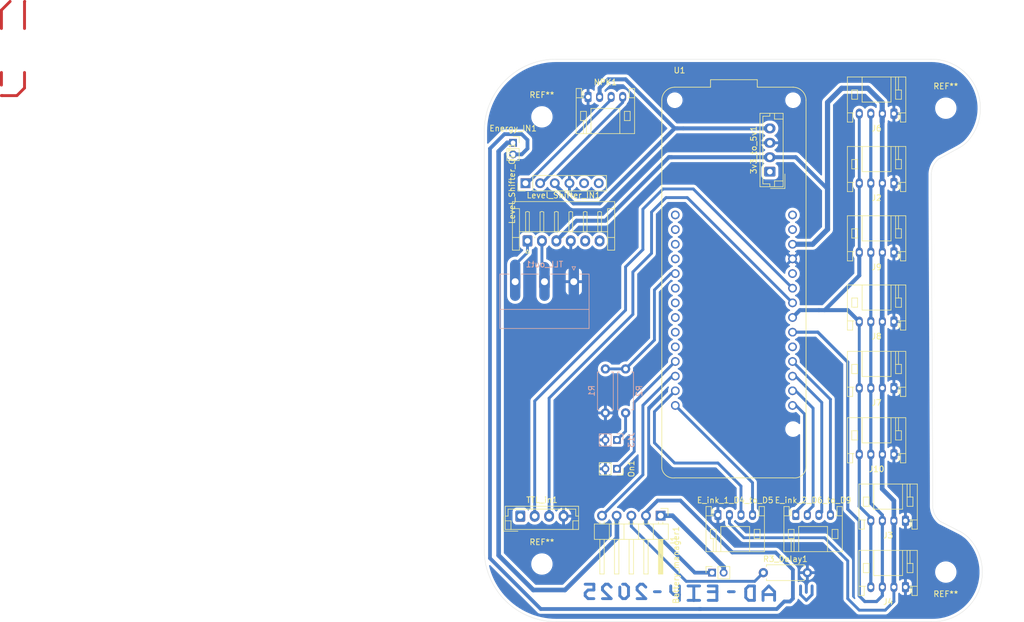
<source format=kicad_pcb>
(kicad_pcb (version 20241229) (generator "pcbnew") (generator_version "9.0")
  (title_block (title "Yulin_Daniel_Xiaochen_Vladislav") (date "2025-03-09") (rev "v4") (company "Gotupan_PCB_2025"))
  (layers (0 "F.Cu" signal) (2 "B.Cu" signal) (13 "F.Paste" user) (15 "B.Paste" user) (5 "F.SilkS" user "F.Silkscreen") (7 "B.SilkS" user "B.Silkscreen") (1 "F.Mask" user) (3 "B.Mask" user) (25 "Edge.Cuts" user))
  (net 0 "")
  (net 1 "/D5")
  (net 2 "/D2")
  (net 3 "/A3")
  (net 4 "/D6")
  (net 5 "/D4")
  (net 6 "/D3")
  (net 7 "/D9_SCK")
  (net 8 "/D7")
  (net 9 "/TX_D14")
  (net 10 "/RX_D13")
  (net 11 "/GND")
  (net 12 "/3v3")
  (net 13 "/SCL")
  (net 14 "/SDA")
  (net 28 "/D8_MOSI")
  (net 29 "Net-(J13-Pin_1)")
  (net 30 "/5v")
  (net 31 "unconnected-(3v3_to_5v1-Pin_1-Pad1)")
  (net 32 "Net-(Battery_manager1-Pin_2)")
  (net 33 "/GND_bis")
  (net 34 "/3v3_bis")
  (net 35 "Net-(J1-Pin_3)")
  (net 38 "/A_3v3")
  (net 39 "/B_3v3")
  (net 40 "/A_5v")
  (net 42 "/B_5v")
  (footprint "Connector_PinSocket_2.00mm:PinSocket_1x02_P2.00mm_Vertical" (layer "F.Cu") (at 199.5 134 -90)
    (property "Reference" "On1" (at 0 -2.5 270) (layer "F.SilkS"))
    (property "Value" "Off")
    (pad "1" thru_hole rect (at 0 0 270) (size 1.35 1.35) (drill 0.8) (layers "*.Cu" "*.Mask") (net 2 "/D2"))
    (pad "2" thru_hole oval (at 0 2 270) (size 1.35 1.35) (drill 0.8) (layers "*.Cu" "*.Mask") (net 11 "/GND"))
  )
  (footprint "MountingHole:MountingHole_3.2mm_M3_DIN965" (layer "F.Cu") (at 186.5 73)
    (property "Reference" "REF**" (at 0 -3.8 0) (layer "F.SilkS"))
    (property "Value" "MountingHole_3.2mm_M3_DIN965")
    (pad "" np_thru_hole circle (at 0 0) (size 3.2 3.2) (drill 3.2) (layers "*.Cu" "*.Mask"))
  )
  (footprint "Connector_PinSocket_2.00mm:PinSocket_1x02_P2.00mm_Vertical" (layer "F.Cu") (at 216 152 90)
    (property "Reference" "Battery_manager1" (at 1.325 -6.25 90) (layer "F.SilkS"))
    (property "Value" "~")
    (pad "1" thru_hole rect (at 0 0 90) (size 1.35 1.35) (drill 0.8) (layers "*.Cu" "*.Mask") (net 33 "/GND_bis"))
    (pad "2" thru_hole oval (at 0 2 90) (size 1.35 1.35) (drill 0.8) (layers "*.Cu" "*.Mask") (net 32 "Net-(Battery_manager1-Pin_2)"))
  )
  (footprint "MountingHole:MountingHole_3.2mm_M3_DIN965" (layer "F.Cu") (at 186.5 150.5)
    (property "Reference" "REF**" (at 0 -3.8 0) (layer "F.SilkS"))
    (property "Value" "MountingHole_3.2mm_M3_DIN965")
    (pad "" np_thru_hole circle (at 0 0) (size 3.2 3.2) (drill 3.2) (layers "*.Cu" "*.Mask"))
  )
  (footprint "Connector_JST:JST_PH_S4B-PH-K_1x04_P2.00mm_Horizontal" (layer "F.Cu") (at 247.5 108.5 180)
    (property "Reference" "J8" (at 3 -2.55 0) (layer "F.SilkS"))
    (property "Value" "Pressure_Sensor")
    (pad "1" thru_hole roundrect (at 0 0 180) (size 1.2 1.75) (drill 0.75) (layers "*.Cu" "*.Mask") (roundrect_rratio 0.208333) (net 11 "/GND"))
    (pad "2" thru_hole oval (at 2 0 180) (size 1.2 1.75) (drill 0.75) (layers "*.Cu" "*.Mask") (net 12 "/3v3"))
    (pad "3" thru_hole oval (at 4 0 180) (size 1.2 1.75) (drill 0.75) (layers "*.Cu" "*.Mask") (net 14 "/SDA"))
    (pad "4" thru_hole oval (at 6 0 180) (size 1.2 1.75) (drill 0.75) (layers "*.Cu" "*.Mask") (net 13 "/SCL"))
  )
  (footprint "Connector_JST:JST_PH_S4B-PH-K_1x04_P2.00mm_Horizontal" (layer "F.Cu") (at 247.5 84.5 180)
    (property "Reference" "J2" (at 3 -2.55 0) (layer "F.SilkS"))
    (property "Value" "TH_Deep_Sensor")
    (pad "1" thru_hole roundrect (at 0 0 180) (size 1.2 1.75) (drill 0.75) (layers "*.Cu" "*.Mask") (roundrect_rratio 0.208333) (net 11 "/GND"))
    (pad "2" thru_hole oval (at 2 0 180) (size 1.2 1.75) (drill 0.75) (layers "*.Cu" "*.Mask") (net 12 "/3v3"))
    (pad "3" thru_hole oval (at 4 0 180) (size 1.2 1.75) (drill 0.75) (layers "*.Cu" "*.Mask") (net 14 "/SDA"))
    (pad "4" thru_hole oval (at 6 0 180) (size 1.2 1.75) (drill 0.75) (layers "*.Cu" "*.Mask") (net 13 "/SCL"))
  )
  (footprint "Connector_JST:JST_PH_S4B-PH-K_1x04_P2.00mm_Horizontal" (layer "F.Cu") (at 249.5 154.5 180)
    (property "Reference" "J4" (at 3 -2.55 0) (layer "F.SilkS"))
    (property "Value" "UV_IR_Sensor")
    (pad "1" thru_hole roundrect (at 0 0 180) (size 1.2 1.75) (drill 0.75) (layers "*.Cu" "*.Mask") (roundrect_rratio 0.208333) (net 11 "/GND"))
    (pad "2" thru_hole oval (at 2 0 180) (size 1.2 1.75) (drill 0.75) (layers "*.Cu" "*.Mask") (net 12 "/3v3"))
    (pad "3" thru_hole oval (at 4 0 180) (size 1.2 1.75) (drill 0.75) (layers "*.Cu" "*.Mask") (net 14 "/SDA"))
    (pad "4" thru_hole oval (at 6 0 180) (size 1.2 1.75) (drill 0.75) (layers "*.Cu" "*.Mask") (net 13 "/SCL"))
  )
  (footprint "Connector_JST:JST_PH_S4B-PH-K_1x04_P2.00mm_Horizontal" (layer "F.Cu") (at 247.5 120 180)
    (property "Reference" "J7" (at 3 -2.55 0) (layer "F.SilkS"))
    (property "Value" "CO2_Sensor")
    (pad "1" thru_hole roundrect (at 0 0 180) (size 1.2 1.75) (drill 0.75) (layers "*.Cu" "*.Mask") (roundrect_rratio 0.208333) (net 11 "/GND"))
    (pad "2" thru_hole oval (at 2 0 180) (size 1.2 1.75) (drill 0.75) (layers "*.Cu" "*.Mask") (net 12 "/3v3"))
    (pad "3" thru_hole oval (at 4 0 180) (size 1.2 1.75) (drill 0.75) (layers "*.Cu" "*.Mask") (net 14 "/SDA"))
    (pad "4" thru_hole oval (at 6 0 180) (size 1.2 1.75) (drill 0.75) (layers "*.Cu" "*.Mask") (net 13 "/SCL"))
  )
  (footprint "Connector_JST:JST_PH_S4B-PH-K_1x04_P2.00mm_Horizontal" (layer "F.Cu") (at 249.5 143 180)
    (property "Reference" "J3" (at 3 -2.55 0) (layer "F.SilkS"))
    (property "Value" "Other_Gaz_Sensor")
    (pad "1" thru_hole roundrect (at 0 0 180) (size 1.2 1.75) (drill 0.75) (layers "*.Cu" "*.Mask") (roundrect_rratio 0.208333) (net 11 "/GND"))
    (pad "2" thru_hole oval (at 2 0 180) (size 1.2 1.75) (drill 0.75) (layers "*.Cu" "*.Mask") (net 12 "/3v3"))
    (pad "3" thru_hole oval (at 4 0 180) (size 1.2 1.75) (drill 0.75) (layers "*.Cu" "*.Mask") (net 14 "/SDA"))
    (pad "4" thru_hole oval (at 6 0 180) (size 1.2 1.75) (drill 0.75) (layers "*.Cu" "*.Mask") (net 13 "/SCL"))
  )
  (footprint "Connector_PinHeader_2.54mm:PinHeader_1x05_P2.54mm_Horizontal" (layer "F.Cu") (at 207.075 142.125 -90)
    (property "Reference" "J1" (at 4.385 -2.27 90) (layer "F.SilkS"))
    (property "Value" "Conn_01x05")
    (pad "1" thru_hole rect (at 0 0 270) (size 1.7 1.7) (drill 1) (layers "*.Cu" "*.Mask") (net 32 "Net-(Battery_manager1-Pin_2)"))
    (pad "2" thru_hole oval (at 0 2.54 270) (size 1.7 1.7) (drill 1) (layers "*.Cu" "*.Mask") (net 33 "/GND_bis"))
    (pad "3" thru_hole oval (at 0 5.08 270) (size 1.7 1.7) (drill 1) (layers "*.Cu" "*.Mask") (net 35 "Net-(J1-Pin_3)"))
    (pad "4" thru_hole oval (at 0 7.62 270) (size 1.7 1.7) (drill 1) (layers "*.Cu" "*.Mask") (net 34 "/3v3_bis"))
    (pad "5" thru_hole oval (at 0 10.16 270) (size 1.7 1.7) (drill 1) (layers "*.Cu" "*.Mask") (net 6 "/D3"))
  )
  (footprint "Connector_JST:JST_PH_S4B-PH-K_1x04_P2.00mm_Horizontal" (layer "F.Cu") (at 247.5 72.45 180)
    (property "Reference" "J6" (at 3 -2.55 0) (layer "F.SilkS"))
    (property "Value" "RGB_Sensor")
    (pad "1" thru_hole roundrect (at 0 0 180) (size 1.2 1.75) (drill 0.75) (layers "*.Cu" "*.Mask") (roundrect_rratio 0.208333) (net 11 "/GND"))
    (pad "2" thru_hole oval (at 2 0 180) (size 1.2 1.75) (drill 0.75) (layers "*.Cu" "*.Mask") (net 12 "/3v3"))
    (pad "3" thru_hole oval (at 4 0 180) (size 1.2 1.75) (drill 0.75) (layers "*.Cu" "*.Mask") (net 14 "/SDA"))
    (pad "4" thru_hole oval (at 6 0 180) (size 1.2 1.75) (drill 0.75) (layers "*.Cu" "*.Mask") (net 13 "/SCL"))
  )
  (footprint "Connector_JST:JST_PH_S4B-PH-K_1x04_P2.00mm_Horizontal" (layer "F.Cu") (at 217 142)
    (property "Reference" "E_ink_1_D4_to_D5" (at 3 -2.55 0) (layer "F.SilkS"))
    (property "Value" "S4B-PH-K-S_LF__SN_")
    (pad "1" thru_hole roundrect (at 0 0) (size 1.2 1.75) (drill 0.75) (layers "*.Cu" "*.Mask") (roundrect_rratio 0.208333) (net 11 "/GND"))
    (pad "2" thru_hole oval (at 2 0) (size 1.2 1.75) (drill 0.75) (layers "*.Cu" "*.Mask") (net 12 "/3v3"))
    (pad "3" thru_hole oval (at 4 0) (size 1.2 1.75) (drill 0.75) (layers "*.Cu" "*.Mask") (net 5 "/D4"))
    (pad "4" thru_hole oval (at 6 0) (size 1.2 1.75) (drill 0.75) (layers "*.Cu" "*.Mask") (net 1 "/D5"))
  )
  (footprint "Connector_JST:JST_PH_S4B-PH-K_1x04_P2.00mm_Horizontal" (layer "F.Cu") (at 230.5 142)
    (property "Reference" "E_ink_2_D6_to_D9" (at 3 -2.55 0) (layer "F.SilkS"))
    (property "Value" "S4B-PH-K-S_LF__SN_")
    (pad "1" thru_hole roundrect (at 0 0) (size 1.2 1.75) (drill 0.75) (layers "*.Cu" "*.Mask") (roundrect_rratio 0.208333) (net 4 "/D6"))
    (pad "2" thru_hole oval (at 2 0) (size 1.2 1.75) (drill 0.75) (layers "*.Cu" "*.Mask") (net 8 "/D7"))
    (pad "3" thru_hole oval (at 4 0) (size 1.2 1.75) (drill 0.75) (layers "*.Cu" "*.Mask") (net 28 "/D8_MOSI"))
    (pad "4" thru_hole oval (at 6 0) (size 1.2 1.75) (drill 0.75) (layers "*.Cu" "*.Mask") (net 7 "/D9_SCK"))
  )
  (footprint "Connector_JST:JST_EH_B4B-EH-A_1x04_P2.50mm_Vertical" (layer "F.Cu") (at 226 82.5 90)
    (property "Reference" "3v3_to_5v1" (at 3.75 -2.8 90) (layer "F.SilkS"))
    (property "Value" "Conn_01x04")
    (pad "1" thru_hole roundrect (at 0 0 90) (size 1.7 1.95) (drill 0.95) (layers "*.Cu" "*.Mask") (roundrect_rratio 0.147059) (net 31 "unconnected-(3v3_to_5v1-Pin_1-Pad1)"))
    (pad "2" thru_hole oval (at 2.5 0 90) (size 1.7 1.95) (drill 0.95) (layers "*.Cu" "*.Mask") (net 12 "/3v3"))
    (pad "3" thru_hole oval (at 5 0 90) (size 1.7 1.95) (drill 0.95) (layers "*.Cu" "*.Mask") (net 11 "/GND"))
    (pad "4" thru_hole oval (at 7.5 0 90) (size 1.7 1.95) (drill 0.95) (layers "*.Cu" "*.Mask") (net 30 "/5v"))
  )
  (footprint "Resistor_THT:R_Axial_DIN0207_L6.3mm_D2.5mm_P7.62mm_Horizontal" (layer "F.Cu") (at 224.88 152)
    (property "Reference" "R3_Delay1" (at 3.81 -2.37 0) (layer "F.SilkS"))
    (property "Value" "R_US")
    (pad "1" thru_hole circle (at 0 0) (size 1.6 1.6) (drill 0.8) (layers "*.Cu" "*.Mask") (net 35 "Net-(J1-Pin_3)"))
    (pad "2" thru_hole oval (at 7.62 0) (size 1.6 1.6) (drill 0.8) (layers "*.Cu" "*.Mask") (net 11 "/GND"))
  )
  (footprint "Connector_JST:JST_EH_B4B-EH-A_1x04_P2.50mm_Vertical" (layer "F.Cu") (at 182.75 142.2)
    (property "Reference" "TTL_in1" (at 3.75 -2.8 0) (layer "F.SilkS"))
    (property "Value" "Conn_01x04")
    (pad "1" thru_hole roundrect (at 0 0) (size 1.7 1.95) (drill 0.95) (layers "*.Cu" "*.Mask") (roundrect_rratio 0.147059) (net 12 "/3v3"))
    (pad "2" thru_hole oval (at 2.5 0) (size 1.7 1.95) (drill 0.95) (layers "*.Cu" "*.Mask") (net 9 "/TX_D14"))
    (pad "3" thru_hole oval (at 5 0) (size 1.7 1.95) (drill 0.95) (layers "*.Cu" "*.Mask") (net 10 "/RX_D13"))
    (pad "4" thru_hole oval (at 7.5 0) (size 1.7 1.95) (drill 0.95) (layers "*.Cu" "*.Mask") (net 11 "/GND"))
  )
  (footprint "Connector_PinSocket_2.00mm:PinSocket_1x02_P2.00mm_Vertical" (layer "F.Cu") (at 181.5 77.5)
    (property "Reference" "Energy_IN1" (at 0 -2.5 0) (layer "F.SilkS"))
    (property "Value" "Pont_diviseur" (hide yes))
    (pad "1" thru_hole rect (at 0 0) (size 1.35 1.35) (drill 0.8) (layers "*.Cu" "*.Mask") (net 34 "/3v3_bis"))
    (pad "2" thru_hole oval (at 0 2) (size 1.35 1.35) (drill 0.8) (layers "*.Cu" "*.Mask") (net 33 "/GND_bis"))
  )
  (footprint "Connector_JST:JST_PH_S4B-PH-K_1x04_P2.00mm_Horizontal" (layer "F.Cu") (at 247.5 96.5 180)
    (property "Reference" "J9" (at 3 -2.55 0) (layer "F.SilkS"))
    (property "Value" "TH_Surface_Sensor")
    (pad "1" thru_hole roundrect (at 0 0 180) (size 1.2 1.75) (drill 0.75) (layers "*.Cu" "*.Mask") (roundrect_rratio 0.208333) (net 11 "/GND"))
    (pad "2" thru_hole oval (at 2 0 180) (size 1.2 1.75) (drill 0.75) (layers "*.Cu" "*.Mask") (net 12 "/3v3"))
    (pad "3" thru_hole oval (at 4 0 180) (size 1.2 1.75) (drill 0.75) (layers "*.Cu" "*.Mask") (net 14 "/SDA"))
    (pad "4" thru_hole oval (at 6 0 180) (size 1.2 1.75) (drill 0.75) (layers "*.Cu" "*.Mask") (net 13 "/SCL"))
  )
  (footprint "MountingHole:MountingHole_3.2mm_M3_DIN965" (layer "F.Cu") (at 256.5 151.897937 180)
    (property "Reference" "REF**" (at 0 -3.8 0) (layer "F.SilkS"))
    (property "Value" "MountingHole_3.2mm_M3_DIN965")
    (pad "" np_thru_hole circle (at 0 0 180) (size 3.2 3.2) (drill 3.2) (layers "*.Cu" "*.Mask"))
  )
  (footprint "ARDUINO_MKR_WAN_1310:BOARD_ARDUINO_MKR_WAN_1310" (layer "F.Cu") (at 219.775 101.7152)
    (property "Reference" "U1" (at -9.425 -36.775 0) (layer "F.SilkS"))
    (property "Value" "ARDUINO_MKR_WAN_1310")
    (pad "" np_thru_hole circle (at -10.25 -31.6) (size 2.2 2.2) (drill 2.2) (layers "*.Cu" "*.Mask"))
    (pad "" np_thru_hole circle (at -10.25 25.4) (size 2.2 2.2) (drill 2.2) (layers "*.Cu" "*.Mask"))
    (pad "" np_thru_hole circle (at 10.25 -31.6) (size 2.2 2.2) (drill 2.2) (layers "*.Cu" "*.Mask"))
    (pad "" np_thru_hole circle (at 10.25 25.4) (size 2.2 2.2) (drill 2.2) (layers "*.Cu" "*.Mask"))
    (pad "J3_1" thru_hole circle (at -10.16 -11.7152) (size 1.508 1.508) (drill 1) (layers "*.Cu" "*.Mask"))
    (pad "J3_2" thru_hole circle (at -10.16 -9.1752) (size 1.508 1.508) (drill 1) (layers "*.Cu" "*.Mask"))
    (pad "J3_3" thru_hole circle (at -10.16 -6.6352) (size 1.508 1.508) (drill 1) (layers "*.Cu" "*.Mask"))
    (pad "J3_4" thru_hole circle (at -10.16 -4.0952) (size 1.508 1.508) (drill 1) (layers "*.Cu" "*.Mask"))
    (pad "J3_5" thru_hole circle (at -10.16 -1.5552) (size 1.508 1.508) (drill 1) (layers "*.Cu" "*.Mask") (net 3 "/A3"))
    (pad "J3_6" thru_hole circle (at -10.16 0.9848) (size 1.508 1.508) (drill 1) (layers "*.Cu" "*.Mask"))
    (pad "J3_7" thru_hole circle (at -10.16 3.5248) (size 1.508 1.508) (drill 1) (layers "*.Cu" "*.Mask"))
    (pad "J3_8" thru_hole circle (at -10.16 6.0648) (size 1.508 1.508) (drill 1) (layers "*.Cu" "*.Mask"))
    (pad "J3_9" thru_hole circle (at -10.16 8.6048) (size 1.508 1.508) (drill 1) (layers "*.Cu" "*.Mask"))
    (pad "J3_10" thru_hole circle (at -10.16 11.1448) (size 1.508 1.508) (drill 1) (layers "*.Cu" "*.Mask"))
    (pad "J3_11" thru_hole circle (at -10.16 13.6848) (size 1.508 1.508) (drill 1) (layers "*.Cu" "*.Mask") (net 2 "/D2"))
    (pad "J3_12" thru_hole circle (at -10.16 16.2248) (size 1.508 1.508) (drill 1) (layers "*.Cu" "*.Mask") (net 6 "/D3"))
    (pad "J3_13" thru_hole circle (at -10.16 18.7648) (size 1.508 1.508) (drill 1) (layers "*.Cu" "*.Mask") (net 5 "/D4"))
    (pad "J3_14" thru_hole circle (at -10.16 21.3048) (size 1.508 1.508) (drill 1) (layers "*.Cu" "*.Mask") (net 1 "/D5"))
    (pad "J5_1" thru_hole circle (at 10.16 21.3048) (size 1.508 1.508) (drill 1) (layers "*.Cu" "*.Mask") (net 4 "/D6"))
    (pad "J5_2" thru_hole circle (at 10.16 18.7648) (size 1.508 1.508) (drill 1) (layers "*.Cu" "*.Mask") (net 8 "/D7"))
    (pad "J5_3" thru_hole circle (at 10.16 16.2248) (size 1.508 1.508) (drill 1) (layers "*.Cu" "*.Mask") (net 28 "/D8_MOSI"))
    (pad "J5_4" thru_hole circle (at 10.16 13.6848) (size 1.508 1.508) (drill 1) (layers "*.Cu" "*.Mask") (net 7 "/D9_SCK"))
    (pad "J5_5" thru_hole circle (at 10.16 11.1448) (size 1.508 1.508) (drill 1) (layers "*.Cu" "*.Mask"))
    (pad "J5_6" thru_hole circle (at 10.16 8.6048) (size 1.508 1.508) (drill 1) (layers "*.Cu" "*.Mask") (net 14 "/SDA"))
    (pad "J5_7" thru_hole circle (at 10.16 6.0648) (size 1.508 1.508) (drill 1) (layers "*.Cu" "*.Mask") (net 13 "/SCL"))
    (pad "J5_8" thru_hole circle (at 10.16 3.5248) (size 1.508 1.508) (drill 1) (layers "*.Cu" "*.Mask") (net 10 "/RX_D13"))
    (pad "J5_9" thru_hole circle (at 10.16 0.9848) (size 1.508 1.508) (drill 1) (layers "*.Cu" "*.Mask") (net 9 "/TX_D14"))
    (pad "J5_10" thru_hole circle (at 10.16 -1.5552) (size 1.508 1.508) (drill 1) (layers "*.Cu" "*.Mask"))
    (pad "J5_11" thru_hole circle (at 10.16 -4.0952) (size 1.508 1.508) (drill 1) (layers "*.Cu" "*.Mask") (net 11 "/GND"))
    (pad "J5_12" thru_hole circle (at 10.16 -6.6352) (size 1.508 1.508) (drill 1) (layers "*.Cu" "*.Mask") (net 12 "/3v3"))
    (pad "J5_13" thru_hole circle (at 10.16 -9.1752) (size 1.508 1.508) (drill 1) (layers "*.Cu" "*.Mask"))
    (pad "J5_14" thru_hole circle (at 10.16 -11.7152) (size 1.508 1.508) (drill 1) (layers "*.Cu" "*.Mask"))
  )
  (footprint "MountingHole:MountingHole_3.2mm_M3_DIN965" (layer "F.Cu") (at 256.5 71.5)
    (property "Reference" "REF**" (at 0 -3.8 0) (layer "F.SilkS"))
    (property "Value" "MountingHole_3.2mm_M3_DIN965")
    (pad "" np_thru_hole circle (at 0 0) (size 3.2 3.2) (drill 3.2) (layers "*.Cu" "*.Mask"))
  )
  (footprint "Connector_JST:JST_PH_S4B-PH-K_1x04_P2.00mm_Horizontal" (layer "F.Cu") (at 247.5 131.5 180)
    (property "Reference" "J10" (at 3 -2.55 0) (layer "F.SilkS"))
    (property "Value" "O2_Sensor")
    (pad "1" thru_hole roundrect (at 0 0 180) (size 1.2 1.75) (drill 0.75) (layers "*.Cu" "*.Mask") (roundrect_rratio 0.208333) (net 11 "/GND"))
    (pad "2" thru_hole oval (at 2 0 180) (size 1.2 1.75) (drill 0.75) (layers "*.Cu" "*.Mask") (net 12 "/3v3"))
    (pad "3" thru_hole oval (at 4 0 180) (size 1.2 1.75) (drill 0.75) (layers "*.Cu" "*.Mask") (net 14 "/SDA"))
    (pad "4" thru_hole oval (at 6 0 180) (size 1.2 1.75) (drill 0.75) (layers "*.Cu" "*.Mask") (net 13 "/SCL"))
  )
  (footprint "Connector_JST:JST_EH_S6B-EH_1x06_P2.50mm_Horizontal" (layer "F.Cu") (at 184 94.5)
    (property "Reference" "Level_Shifter_IN1" (at 6.25 -7.9 0) (layer "F.SilkS"))
    (property "Value" "Conn_01x06")
    (pad "1" thru_hole roundrect (at 0 0) (size 1.7 1.95) (drill 0.95) (layers "*.Cu" "*.Mask") (roundrect_rratio 0.147059) (net 38 "/A_3v3"))
    (pad "2" thru_hole oval (at 2.5 0) (size 1.7 1.95) (drill 0.95) (layers "*.Cu" "*.Mask") (net 39 "/B_3v3"))
    (pad "3" thru_hole oval (at 5 0) (size 1.7 1.95) (drill 0.95) (layers "*.Cu" "*.Mask") (net 12 "/3v3"))
    (pad "4" thru_hole oval (at 7.5 0) (size 1.7 1.95) (drill 0.95) (layers "*.Cu" "*.Mask") (net 11 "/GND"))
    (pad "5" thru_hole oval (at 10 0) (size 1.7 1.95) (drill 0.95) (layers "*.Cu" "*.Mask"))
    (pad "6" thru_hole oval (at 12.5 0) (size 1.7 1.95) (drill 0.95) (layers "*.Cu" "*.Mask"))
  )
  (footprint "Connector_PinHeader_2.54mm:PinHeader_1x06_P2.54mm_Vertical" (layer "F.Cu") (at 183.65 84.5 90)
    (property "Reference" "Level_Shifter_OUT1" (at 0 -2.33 90) (layer "F.SilkS"))
    (property "Value" "Conn_01x06")
    (pad "1" thru_hole rect (at 0 0 90) (size 1.7 1.7) (drill 1) (layers "*.Cu" "*.Mask") (net 40 "/A_5v"))
    (pad "2" thru_hole oval (at 0 2.54 90) (size 1.7 1.7) (drill 1) (layers "*.Cu" "*.Mask") (net 42 "/B_5v"))
    (pad "3" thru_hole oval (at 0 5.08 90) (size 1.7 1.7) (drill 1) (layers "*.Cu" "*.Mask") (net 30 "/5v"))
    (pad "4" thru_hole oval (at 0 7.62 90) (size 1.7 1.7) (drill 1) (layers "*.Cu" "*.Mask") (net 11 "/GND"))
    (pad "5" thru_hole oval (at 0 10.16 90) (size 1.7 1.7) (drill 1) (layers "*.Cu" "*.Mask"))
    (pad "6" thru_hole oval (at 0 12.7 90) (size 1.7 1.7) (drill 1) (layers "*.Cu" "*.Mask"))
  )
  (footprint "Connector_JST:JST_PH_S4B-PH-K_1x04_P2.00mm_Horizontal" (layer "F.Cu") (at 194.5 69.55)
    (property "Reference" "NPK1" (at 3 -2.55 0) (layer "F.SilkS"))
    (property "Value" "S4B-PH-K-S_LF__SN_")
    (pad "1" thru_hole roundrect (at 0 0) (size 1.2 1.75) (drill 0.75) (layers "*.Cu" "*.Mask") (roundrect_rratio 0.208333) (net 11 "/GND"))
    (pad "2" thru_hole oval (at 2 0) (size 1.2 1.75) (drill 0.75) (layers "*.Cu" "*.Mask") (net 30 "/5v"))
    (pad "3" thru_hole oval (at 4 0) (size 1.2 1.75) (drill 0.75) (layers "*.Cu" "*.Mask") (net 40 "/A_5v"))
    (pad "4" thru_hole oval (at 6 0) (size 1.2 1.75) (drill 0.75) (layers "*.Cu" "*.Mask") (net 42 "/B_5v"))
  )
  (footprint "Connector_Phoenix_MC_HighVoltage:PhoenixContact_MC_1,5_3-G-5.08_1x03_P5.08mm_Horizontal" (layer "B.Cu") (at 192.025 101.5675 180)
    (property "Reference" "TLL_out1" (at 5.08 3 0) (layer "B.SilkS") (effects (justify mirror)))
    (property "Value" "Conn_01x03")
    (pad "1" thru_hole roundrect (at 0 0 180) (size 1.8 3.6) (drill 1.2) (layers "*.Cu" "*.Mask") (roundrect_rratio 0.138889) (net 11 "/GND"))
    (pad "2" thru_hole oval (at 5.08 0 180) (size 1.8 3.6) (drill 1.2) (layers "*.Cu" "*.Mask") (net 39 "/B_3v3"))
    (pad "3" thru_hole oval (at 10.16 0 180) (size 1.8 3.6) (drill 1.2) (layers "*.Cu" "*.Mask") (net 38 "/A_3v3"))
  )
  (footprint "Resistor_THT:R_Axial_DIN0207_L6.3mm_D2.5mm_P7.62mm_Horizontal" (layer "B.Cu") (at 197.5 116.69 -90)
    (property "Reference" "R1" (at 3.81 2.37 90) (layer "B.SilkS") (effects (justify mirror)))
    (property "Value" "R_US")
    (pad "1" thru_hole circle (at 0 0 270) (size 1.6 1.6) (drill 0.8) (layers "*.Cu" "*.Mask") (net 3 "/A3"))
    (pad "2" thru_hole oval (at 7.62 0 270) (size 1.6 1.6) (drill 0.8) (layers "*.Cu" "*.Mask") (net 11 "/GND"))
  )
  (footprint "Resistor_THT:R_Axial_DIN0207_L6.3mm_D2.5mm_P7.62mm_Horizontal" (layer "B.Cu") (at 201 124.31 90)
    (property "Reference" "R2" (at 3.81 2.37 90) (layer "B.SilkS") (effects (justify mirror)))
    (property "Value" "R_US")
    (pad "1" thru_hole circle (at 0 0 90) (size 1.6 1.6) (drill 0.8) (layers "*.Cu" "*.Mask") (net 29 "Net-(J13-Pin_1)"))
    (pad "2" thru_hole oval (at 7.62 0 90) (size 1.6 1.6) (drill 0.8) (layers "*.Cu" "*.Mask") (net 3 "/A3"))
  )
  (footprint "Connector_PinSocket_2.00mm:PinSocket_1x02_P2.00mm_Vertical" (layer "B.Cu") (at 199.5 129 90)
    (property "Reference" "J13" (at 0 2.5 90) (layer "B.SilkS") (effects (justify mirror)))
    (property "Value" "Pont_diviseur")
    (pad "1" thru_hole rect (at 0 0 90) (size 1.35 1.35) (drill 0.8) (layers "*.Cu" "*.Mask") (net 29 "Net-(J13-Pin_1)"))
    (pad "2" thru_hole oval (at 0 -2 90) (size 1.35 1.35) (drill 0.8) (layers "*.Cu" "*.Mask") (net 11 "/GND"))
  )
  (gr_arc (start 259.050919 144.908029) (mid 259.711057 145.324355) (end 260.319527 145.813102) (stroke (width 0.05)) (layer "Edge.Cuts"))
  (gr_arc (start 189 160.5) (mid 180.161165 156.838835) (end 176.5 148) (stroke (width 0.05)) (layer "Edge.Cuts"))
  (gr_arc (start 176.5 75.5) (mid 180.161165 66.661165) (end 189 63) (stroke (width 0.05)) (layer "Edge.Cuts"))
  (gr_line (start 254 86.5) (end 254 83) (stroke (width 0.05)) (layer "Edge.Cuts"))
  (gr_line (start 254 86.5) (end 254.234683 136.897937) (stroke (width 0.05)) (layer "Edge.Cuts"))
  (gr_arc (start 255.54825 143.130978) (mid 254.580122 141.914097) (end 254.234683 140.397937) (stroke (width 0.05)) (layer "Edge.Cuts"))
  (gr_line (start 176.5 75.5) (end 176.5 148) (stroke (width 0.05)) (layer "Edge.Cuts"))
  (gr_arc (start 254 83) (mid 254.345439 81.48384) (end 255.313567 80.266959) (stroke (width 0.05)) (layer "Edge.Cuts"))
  (gr_arc (start 260.319527 145.813101) (mid 262.13926 155.299145) (end 254 160.5) (stroke (width 0.05)) (layer "Edge.Cuts"))
  (gr_line (start 254.234683 136.897937) (end 254.234683 140.397937) (stroke (width 0.05)) (layer "Edge.Cuts"))
  (gr_line (start 254 63) (end 189 63) (stroke (width 0.05)) (layer "Edge.Cuts"))
  (gr_arc (start 260.010406 77.510408) (mid 259.413105 77.989586) (end 258.765317 78.397937) (stroke (width 0.05)) (layer "Edge.Cuts"))
  (gr_line (start 189 160.5) (end 254 160.5) (stroke (width 0.05)) (layer "Edge.Cuts"))
  (gr_line (start 259.050917 144.908029) (end 255.54825 143.130977) (stroke (width 0.05)) (layer "Edge.Cuts"))
  (gr_arc (start 254 63.000001) (mid 261.852975 68.247192) (end 260.010406 77.510408) (stroke (width 0.05)) (layer "Edge.Cuts"))
  (gr_line (start 258.765325 78.397937) (end 255.313567 80.26696) (stroke (width 0.05)) (layer "Edge.Cuts"))
  (segment (start 200 154.5) (end 200 156) (width 0.5) (layer "B.Cu") (net 0))
  (segment (start 194.5 156.5) (end 195.5 156.5) (width 0.5) (layer "B.Cu") (net 0))
  (segment (start 194.5 155) (end 194 155.5) (width 0.5) (layer "B.Cu") (net 0))
  (segment (start 194 154) (end 195.5 154) (width 0.5) (layer "B.Cu") (net 0))
  (segment (start 198.5 154.5) (end 198 154) (width 0.5) (layer "B.Cu") (net 0))
  (segment (start 204 154) (end 204.5 154.5) (width 0.5) (layer "B.Cu") (net 0))
  (segment (start 197 154.5) (end 197 155) (width 0.5) (layer "B.Cu") (net 0))
  (segment (start 200 156) (end 200.5 156.5) (width 0.5) (layer "B.Cu") (net 0))
  (segment (start 200.5 156.5) (end 201 156.5) (width 0.5) (layer "B.Cu") (net 0))
  (segment (start 203 155) (end 203 154.5) (width 0.5) (layer "B.Cu") (net 0))
  (segment (start 201.5 154.5) (end 201 154) (width 0.5) (layer "B.Cu") (net 0))
  (segment (start 197 155) (end 198.5 156.5) (width 0.5) (layer "B.Cu") (net 0))
  (segment (start 194 155.5) (end 194 156) (width 0.5) (layer "B.Cu") (net 0))
  (segment (start 195.5 154) (end 195.5 155) (width 0.5) (layer "B.Cu") (net 0))
  (segment (start 194 156) (end 194.5 156.5) (width 0.5) (layer "B.Cu") (net 0))
  (segment (start 195.5 155) (end 194.5 155) (width 0.5) (layer "B.Cu") (net 0))
  (segment (start 204.5 156.5) (end 203 155) (width 0.5) (layer "B.Cu") (net 0))
  (segment (start 203 154.5) (end 203.5 154) (width 0.5) (layer "B.Cu") (net 0))
  (segment (start 201 154) (end 200.5 154) (width 0.5) (layer "B.Cu") (net 0))
  (segment (start 203 156.5) (end 204.5 156.5) (width 0.5) (layer "B.Cu") (net 0))
  (segment (start 197.5 154) (end 197 154.5) (width 0.5) (layer "B.Cu") (net 0))
  (segment (start 203.5 154) (end 204 154) (width 0.5) (layer "B.Cu") (net 0))
  (segment (start 201 156.5) (end 201.5 156) (width 0.5) (layer "B.Cu") (net 0))
  (segment (start 201.5 156) (end 201.5 154.5) (width 0.5) (layer "B.Cu") (net 0))
  (segment (start 198.5 156.5) (end 197 156.5) (width 0.5) (layer "B.Cu") (net 0))
  (segment (start 198 154) (end 197.5 154) (width 0.5) (layer "B.Cu") (net 0))
  (segment (start 209.615 123.02) (end 223 136.405) (width 0.5) (layer "B.Cu") (net 1))
  (segment (start 223 136.405) (end 223 142) (width 0.5) (layer "B.Cu") (net 1))
  (segment (start 202.5 122.5) (end 202.5 131) (width 0.5) (layer "B.Cu") (net 2))
  (segment (start 209.6 115.4) (end 202.5 122.5) (width 0.5) (layer "B.Cu") (net 2))
  (segment (start 202.5 131) (end 199.5 134) (width 0.5) (layer "B.Cu") (net 2))
  (segment (start 209.615 115.4) (end 209.6 115.4) (width 0.5) (layer "B.Cu") (net 2))
  (segment (start 96.83 68) (end 96.83 65.31) (width 0.5) (layer "F.Cu") (net 3))
  (segment (start 92.83 69.3198) (end 95.5102 69.3198) (width 0.5) (layer "F.Cu") (net 3))
  (segment (start 92.83 69.3198) (end 93.0102 69.3198) (width 0.5) (layer "F.Cu") (net 3))
  (segment (start 92.83 67.5) (end 92.83 65.31) (width 0.5) (layer "F.Cu") (net 3))
  (segment (start 95.5102 69.3198) (end 96.83 68) (width 0.5) (layer "F.Cu") (net 3))
  (segment (start 206 103) (end 206 111.69) (width 0.5) (layer "B.Cu") (net 3))
  (segment (start 208.84 100.16) (end 206 103) (width 0.5) (layer "B.Cu") (net 3))
  (segment (start 206 111.69) (end 201 116.69) (width 0.5) (layer "B.Cu") (net 3))
  (segment (start 197.5 116.69) (end 201 116.69) (width 0.5) (layer "B.Cu") (net 3))
  (segment (start 209.615 100.16) (end 208.84 100.16) (width 0.5) (layer "B.Cu") (net 3))
  (segment (start 230.5 141.45) (end 232 139.95) (width 0.5) (layer "B.Cu") (net 4))
  (segment (start 229.935 126.6798) (end 230.1798 126.6798) (width 0.5) (layer "B.Cu") (net 4))
  (segment (start 230.5 142) (end 230.5 141.45) (width 0.5) (layer "B.Cu") (net 4))
  (segment (start 232 124.5) (end 230.52 123.02) (width 0.5) (layer "B.Cu") (net 4))
  (segment (start 230.52 123.02) (end 229.935 123.02) (width 0.5) (layer "B.Cu") (net 4))
  (segment (start 232 139.95) (end 232 124.5) (width 0.5) (layer "B.Cu") (net 4))
  (segment (start 221 137) (end 217 133) (width 0.5) (layer "B.Cu") (net 5))
  (segment (start 221 142) (end 221 137) (width 0.5) (layer "B.Cu") (net 5))
  (segment (start 217 133) (end 209.5 133) (width 0.5) (layer "B.Cu") (net 5))
  (segment (start 206 129.5) (end 206 124.095) (width 0.5) (layer "B.Cu") (net 5))
  (segment (start 206 124.095) (end 209.615 120.48) (width 0.5) (layer "B.Cu") (net 5))
  (segment (start 209.5 133) (end 206 129.5) (width 0.5) (layer "B.Cu") (net 5))
  (segment (start 209.06 117.94) (end 204 123) (width 0.5) (layer "B.Cu") (net 6))
  (segment (start 209.615 117.94) (end 209.06 117.94) (width 0.5) (layer "B.Cu") (net 6))
  (segment (start 204 123) (end 204 135.04) (width 0.5) (layer "B.Cu") (net 6))
  (segment (start 204 135.04) (end 196.915 142.125) (width 0.5) (layer "B.Cu") (net 6))
  (segment (start 236.485 121.95) (end 229.935 115.4) (width 0.5) (layer "B.Cu") (net 7))
  (segment (start 236.5 121.95) (end 236.5 142) (width 0.5) (layer "B.Cu") (net 7))
  (segment (start 236.5 141.45) (end 236.5 142) (width 0.5) (layer "B.Cu") (net 7))
  (segment (start 236.5 121.95) (end 236.485 121.95) (width 0.5) (layer "B.Cu") (net 7))
  (segment (start 230.48 120.48) (end 229.935 120.48) (width 0.5) (layer "B.Cu") (net 8))
  (segment (start 232.5 142) (end 232.5 141.45) (width 0.5) (layer "B.Cu") (net 8))
  (segment (start 232.5 141.45) (end 233.5 140.45) (width 0.5) (layer "B.Cu") (net 8))
  (segment (start 233.5 123.5) (end 230.48 120.48) (width 0.5) (layer "B.Cu") (net 8))
  (segment (start 233.5 140.45) (end 233.5 123.5) (width 0.5) (layer "B.Cu") (net 8))
  (segment (start 185.25 122.25) (end 201 106.5) (width 0.5) (layer "B.Cu") (net 9))
  (segment (start 204 96) (end 204 89) (width 0.5) (layer "B.Cu") (net 9))
  (segment (start 207.5 85.5) (end 212.735 85.5) (width 0.5) (layer "B.Cu") (net 9))
  (segment (start 204 89) (end 207.5 85.5) (width 0.5) (layer "B.Cu") (net 9))
  (segment (start 185.25 142.2) (end 185.25 122.25) (width 0.5) (layer "B.Cu") (net 9))
  (segment (start 201 99) (end 204 96) (width 0.5) (layer "B.Cu") (net 9))
  (segment (start 212.735 85.5) (end 229.935 102.7) (width 0.5) (layer "B.Cu") (net 9))
  (segment (start 201 106.5) (end 201 99) (width 0.5) (layer "B.Cu") (net 9))
  (segment (start 208 87) (end 211.695 87) (width 0.5) (layer "B.Cu") (net 10))
  (segment (start 211.695 87) (end 229.935 105.24) (width 0.5) (layer "B.Cu") (net 10))
  (segment (start 187.75 142.2) (end 187.75 121.75) (width 0.5) (layer "B.Cu") (net 10))
  (segment (start 187.75 121.75) (end 202.264394 107.235606) (width 0.5) (layer "B.Cu") (net 10))
  (segment (start 205.5 96.650414) (end 205.5 89.5) (width 0.5) (layer "B.Cu") (net 10))
  (segment (start 202.264394 99.88602) (end 205.5 96.650414) (width 0.5) (layer "B.Cu") (net 10))
  (segment (start 205.5 89.5) (end 208 87) (width 0.5) (layer "B.Cu") (net 10))
  (segment (start 202.264394 107.235606) (end 202.264394 99.88602) (width 0.5) (layer "B.Cu") (net 10))
  (segment (start 92.83 57.69) (end 92.83 54.5) (width 0.5) (layer "F.Cu") (net 11))
  (segment (start 92.83 54.5) (end 94.33 53) (width 0.5) (layer "F.Cu") (net 11))
  (segment (start 214.63 114.5) (end 215.63 114.5) (width 0.5) (layer "B.Cu") (net 11))
  (segment (start 216.63 117) (end 216.13 117.5) (width 0.5) (layer "B.Cu") (net 11))
  (segment (start 216.13 117.5) (end 216.13 118.5) (width 0.5) (layer "B.Cu") (net 11))
  (segment (start 214.63 114) (end 214.63 114.5) (width 0.5) (layer "B.Cu") (net 11))
  (segment (start 219.13 110) (end 218.63 110) (width 0.5) (layer "B.Cu") (net 11))
  (segment (start 223.63 113) (end 224.13 113) (width 0.5) (layer "B.Cu") (net 11))
  (segment (start 220.13 117.5) (end 220.13 118.5) (width 0.5) (layer "B.Cu") (net 11))
  (segment (start 221.13 117.5) (end 221.13 117) (width 0.5) (layer "B.Cu") (net 11))
  (segment (start 218.13 114) (end 217.63 114.5) (width 0.5) (layer "B.Cu") (net 11))
  (segment (start 218.13 111.5) (end 218.63 111.5) (width 0.5) (layer "B.Cu") (net 11))
  (segment (start 216.63 115) (end 216.63 114.5) (width 0.5) (layer "B.Cu") (net 11))
  (segment (start 212.13 118) (end 212.63 118.5) (width 0.5) (layer "B.Cu") (net 11))
  (segment (start 217.13 118.5) (end 217.13 117.5) (width 0.5) (layer "B.Cu") (net 11))
  (segment (start 218.63 110) (end 218.13 110) (width 0.5) (layer "B.Cu") (net 11))
  (segment (start 220.63 109.5) (end 221.13 109.5) (width 0.5) (layer "B.Cu") (net 11))
  (segment (start 221.13 115) (end 221.13 114.5) (width 0.5) (layer "B.Cu") (net 11))
  (segment (start 217.13 111.5) (end 217.13 111) (width 0.5) (layer "B.Cu") (net 11))
  (segment (start 221.13 118.5) (end 221.63 118.5) (width 0.5) (layer "B.Cu") (net 11))
  (segment (start 216.63 113.5) (end 217.13 113.5) (width 0.5) (layer "B.Cu") (net 11))
  (segment (start 218.63 118.5) (end 219.13 118) (width 0.5) (layer "B.Cu") (net 11))
  (segment (start 214.63 114.5) (end 214.63 115) (width 0.5) (layer "B.Cu") (net 11))
  (segment (start 218.13 115) (end 218.63 114.5) (width 0.5) (layer "B.Cu") (net 11))
  (segment (start 225.13 118.5) (end 225.13 117.5) (width 0.5) (layer "B.Cu") (net 11))
  (segment (start 228.13 118) (end 227.63 118.5) (width 0.5) (layer "B.Cu") (net 11))
  (segment (start 220.13 110) (end 220.13 110.5) (width 0.5) (layer "B.Cu") (net 11))
  (segment (start 220.13 114) (end 219.63 114.5) (width 0.5) (layer "B.Cu") (net 11))
  (segment (start 220.63 111.5) (end 221.13 111.5) (width 0.5) (layer "B.Cu") (net 11))
  (segment (start 216.13 110) (end 217.13 111) (width 0.5) (layer "B.Cu") (net 11))
  (segment (start 213.13 118) (end 213.13 117) (width 0.5) (layer "B.Cu") (net 11))
  (segment (start 212.5 108) (end 212.75 107.75) (width 0.5) (layer "B.Cu") (net 11))
  (segment (start 219 108.5) (end 219 107.5) (width 0.5) (layer "B.Cu") (net 11))
  (segment (start 218.13 117) (end 218.13 118.5) (width 0.5) (layer "B.Cu") (net 11))
  (segment (start 221.13 114.5) (end 221.63 114.5) (width 0.5) (layer "B.Cu") (net 11))
  (segment (start 197.5 124.31) (end 197.5 129) (width 0.5) (layer "B.Cu") (net 11))
  (segment (start 227.13 118) (end 227.63 118.5) (width 0.5) (layer "B.Cu") (net 11))
  (segment (start 222.13 110) (end 222.13 111.5) (width 0.5) (layer "B.Cu") (net 11))
  (segment (start 214.63 110) (end 214.13 110.5) (width 0.5) (layer "B.Cu") (net 11))
  (segment (start 223.13 117) (end 223.13 118.5) (width 0.5) (layer "B.Cu") (net 11))
  (segment (start 220.13 111) (end 220.63 111.5) (width 0.5) (layer "B.Cu") (net 11))
  (segment (start 192.025 104) (end 192.025 99.025) (width 1.8) (layer "B.Cu") (net 11))
  (segment (start 218.63 114.5) (end 218.13 114) (width 0.5) (layer "B.Cu") (net 11))
  (segment (start 216 108.5) (end 217 108.5) (width 0.5) (layer "B.Cu") (net 11))
  (segment (start 218 107.5) (end 218 108.5) (width 0.5) (layer "B.Cu") (net 11))
  (segment (start 221.63 117.5) (end 221.13 117.5) (width 0.5) (layer "B.Cu") (net 11))
  (segment (start 220.13 110) (end 220.63 109.5) (width 0.5) (layer "B.Cu") (net 11))
  (segment (start 217.63 114.5) (end 218.13 115) (width 0.5) (layer "B.Cu") (net 11))
  (segment (start 225.63 117) (end 226.13 117.5) (width 0.5) (layer "B.Cu") (net 11))
  (segment (start 215.63 114) (end 215.13 113.5) (width 0.5) (layer "B.Cu") (net 11))
  (segment (start 215.13 111) (end 214.23 111) (width 0.5) (layer "B.Cu") (net 11))
  (segment (start 226.13 117.5) (end 226.13 118.5) (width 0.5) (layer "B.Cu") (net 11))
  (segment (start 216 107.5) (end 216 108.5) (width 0.5) (layer "B.Cu") (net 11))
  (segment (start 215.63 115) (end 215.63 114) (width 0.5) (layer "B.Cu") (net 11))
  (segment (start 225.13 114) (end 226.13 115) (width 0.5) (layer "B.Cu") (net 11))
  (segment (start 225.13 117.5) (end 225.63 117) (width 0.5) (layer "B.Cu") (net 11))
  (segment (start 214.13 118.5) (end 215.13 118.5) (width 0.5) (layer "B.Cu") (net 11))
  (segment (start 212.13 115) (end 213.63 113.5) (width 0.5) (layer "B.Cu") (net 11))
  (segment (start 212.13 117) (end 212.13 118) (width 0.5) (layer "B.Cu") (net 11))
  (segment (start 212.243604 109.613604) (end 212.13 109.5) (width 0.5) (layer "B.Cu") (net 11))
  (segment (start 212 107.5) (end 212.5 108) (width 0.5) (layer "B.Cu") (net 11))
  (segment (start 220.13 110.5) (end 220.13 111) (width 0.5) (layer "B.Cu") (net 11))
  (segment (start 224.13 114) (end 223.13 114) (width 0.5) (layer "B.Cu") (net 11))
  (segment (start 215.13 110.5) (end 214.63 110) (width 0.5) (layer "B.Cu") (net 11))
  (segment (start 212.13 113.5) (end 213.63 115) (width 0.5) (layer "B.Cu") (net 11))
  (segment (start 224.13 115) (end 223.13 115) (width 0.5) (layer "B.Cu") (net 11))
  (segment (start 217.13 117.5) (end 216.63 117) (width 0.5) (layer "B.Cu") (net 11))
  (segment (start 212.516396 109.5) (end 212.13 109.5) (width 0.5) (layer "B.Cu") (net 11))
  (segment (start 221.63 118.5) (end 222.13 118) (width 0.5) (layer "B.Cu") (net 11))
  (segment (start 212 106.5) (end 212 107.5) (width 0.5) (layer "B.Cu") (net 11))
  (segment (start 221.13 114.5) (end 221.13 113.5) (width 0.5) (layer "B.Cu") (net 11))
  (segment (start 215.13 113.5) (end 214.63 114) (width 0.5) (layer "B.Cu") (net 11))
  (segment (start 216.13 111.5) (end 216.13 110) (width 0.5) (layer "B.Cu") (net 11))
  (segment (start 212 108.5) (end 212.5 108) (width 0.5) (layer "B.Cu") (net 11))
  (segment (start 218.63 117) (end 219.13 117.5) (width 0.5) (layer "B.Cu") (net 11))
  (segment (start 219.63 114.5) (end 220.13 115) (width 0.5) (layer "B.Cu") (net 11))
  (segment (start 226.13 118) (end 225.23 118) (width 0.5) (layer "B.Cu") (net 11))
  (segment (start 217.13 118) (end 216.23 118) (width 0.5) (layer "B.Cu") (net 11))
  (segment (start 223.13 113.5) (end 223.63 113) (width 0.5) (layer "B.Cu") (net 11))
  (segment (start 217.13 111) (end 217.13 110) (width 0.5) (layer "B.Cu") (net 11))
  (segment (start 212.75 107.75) (end 213 107.5) (width 0.5) (layer "B.Cu") (net 11))
  (segment (start 215.13 111.5) (end 215.13 110.5) (width 0.5) (layer "B.Cu") (net 11))
  (segment (start 214 107.5) (end 214 108.5) (width 0.5) (layer "B.Cu") (net 11))
  (segment (start 212.13 109.5) (end 212.13 111.5) (width 0.5) (layer "B.Cu") (net 11))
  (segment (start 228.13 117) (end 228.13 118) (width 0.5) (layer "B.Cu") (net 11))
  (segment (start 226.13 115) (end 226.13 114) (width 0.5) (layer "B.Cu") (net 11))
  (segment (start 223.13 113.5) (end 223.13 114) (width 0.5) (layer "B.Cu") (net 11))
  (segment (start 212.63 111.5) (end 213.13 111) (width 0.5) (layer "B.Cu") (net 11))
  (segment (start 221.13 110.5) (end 220.13 110.5) (width 0.5) (layer "B.Cu") (net 11))
  (segment (start 227.13 117) (end 227.13 118) (width 0.5) (layer "B.Cu") (net 11))
  (segment (start 218.63 110) (end 218.63 111.5) (width 0.5) (layer "B.Cu") (net 11))
  (segment (start 221.63 114.5) (end 222.13 115) (width 0.5) (layer "B.Cu") (net 11))
  (segment (start 219 107.5) (end 220 108.5) (width 0.5) (layer "B.Cu") (net 11))
  (segment (start 212.13 111.5) (end 212.63 111.5) (width 0.5) (layer "B.Cu") (net 11))
  (segment (start 215 108.5) (end 215 107.5) (width 0.5) (layer "B.Cu") (net 11))
  (segment (start 220 108.5) (end 220 107.5) (width 0.5) (layer "B.Cu") (net 11))
  (segment (start 221.13 117) (end 221.63 116.5) (width 0.5) (layer "B.Cu") (net 11))
  (segment (start 213.13 111) (end 213.13 110) (width 0.5) (layer "B.Cu") (net 11))
  (segment (start 219.13 111.5) (end 218.63 111.5) (width 0.5) (layer "B.Cu") (net 11))
  (segment (start 212.63 118.5) (end 213.13 118) (width 0.5) (layer "B.Cu") (net 11))
  (segment (start 214.13 117) (end 214.13 118.5) (width 0.5) (layer "B.Cu") (net 11))
  (segment (start 222.13 118) (end 221.63 117.5) (width 0.5) (layer "B.Cu") (net 11))
  (segment (start 214 108.5) (end 215 108.5) (width 0.5) (layer "B.Cu") (net 11))
  (segment (start 222.13 111.5) (end 223.13 111.5) (width 0.5) (layer "B.Cu") (net 11))
  (segment (start 213 106.5) (end 213 107.5) (width 0.5) (layer "B.Cu") (net 11))
  (segment (start 218.13 118.5) (end 218.63 118.5) (width 0.5) (layer "B.Cu") (net 11))
  (segment (start 223.13 114) (end 223.13 115) (width 0.5) (layer "B.Cu") (net 11))
  (segment (start 225.13 115) (end 225.13 114) (width 0.5) (layer "B.Cu") (net 11))
  (segment (start 214.13 110.5) (end 214.13 111.5) (width 0.5) (layer "B.Cu") (net 11))
  (segment (start 223.13 118.5) (end 224.13 118.5) (width 0.5) (layer "B.Cu") (net 11))
  (segment (start 218.13 117) (end 218.63 117) (width 0.5) (layer "B.Cu") (net 11))
  (segment (start 213.13 110) (end 212.63 109.5) (width 0.5) (layer "B.Cu") (net 11))
  (segment (start 219.13 117.5) (end 219.13 118) (width 0.5) (layer "B.Cu") (net 11))
  (segment (start 226 80) (end 230.5 80) (width 0.7) (layer "B.Cu") (net 12))
  (segment (start 243 68.05) (end 238.45 68.05) (width 0.9) (layer "B.Cu") (net 12))
  (segment (start 245.5 110.39) (end 245.5 110.525) (width 0.5) (layer "B.Cu") (net 12))
  (segment (start 219 143.45) (end 221.5 145.95) (width 0.5) (layer "B.Cu") (net 12))
  (segment (start 230.5 80) (end 236 85.5) (width 0.7) (layer "B.Cu") (net 12))
  (segment (start 239.5 149.95) (end 239.5 156.5) (width 0.5) (layer "B.Cu") (net 12))
  (segment (start 245.485 103.065) (end 245.5 103.05) (width 0.5) (layer "B.Cu") (net 12))
  (segment (start 245.475 103.065) (end 245.485 103.065) (width 0.5) (layer "B.Cu") (net 12))
  (segment (start 245.5 110.525) (end 245.475 110.55) (width 0.5) (layer "B.Cu") (net 12))
  (segment (start 236 70.5) (end 236 85.5) (width 0.9) (layer "B.Cu") (net 12))
  (segment (start 219 142) (end 219 143.45) (width 0.5) (layer "B.Cu") (net 12))
  (segment (start 245.475 103.065) (end 245.475 95.765) (width 0.8) (layer "B.Cu") (net 12))
  (segment (start 247.5 139.525) (end 247.5 154.05) (width 0.8) (layer "B.Cu") (net 12))
  (segment (start 245.475 137.5) (end 247.5 139.525) (width 0.8) (layer "B.Cu") (net 12))
  (segment (start 245.475 95.765) (end 245.475 137.5) (width 0.8) (layer "B.Cu") (net 12))
  (segment (start 235.5 145.95) (end 239.5 149.95) (width 0.5) (layer "B.Cu") (net 12))
  (segment (start 236 85.5) (end 236 92.5) (width 0.9) (layer "B.Cu") (net 12))
  (segment (start 192.5 91) (end 197.5 91) (width 0.7) (layer "B.Cu") (net 12))
  (segment (start 189 94.5) (end 192.5 91) (width 0.7) (layer "B.Cu") (net 12))
  (segment (start 247.5 157) (end 247.5 154.5) (width 0.5) (layer "B.Cu") (net 12))
  (segment (start 245.475 70.525) (end 243 68.05) (width 0.9) (layer "B.Cu") (net 12))
  (segment (start 221.5 145.95) (end 235.5 145.95) (width 0.5) (layer "B.Cu") (net 12))
  (segment (start 246 158.5) (end 247.5 157) (width 0.5) (layer "B.Cu") (net 12))
  (segment (start 208.5 80) (end 226 80) (width 0.7) (layer "B.Cu") (net 12))
  (segment (start 245.475 95.765) (end 245.475 73.865) (width 0.8) (layer "B.Cu") (net 12))
  (segment (start 245.475 73.865) (end 245.475 70.525) (width 0.9) (layer "B.Cu") (net 12))
  (segment (start 236 92.5) (end 233.42 95.08) (width 0.9) (layer "B.Cu") (net 12))
  (segment (start 241.5 158.5) (end 246 158.5) (width 0.5) (layer "B.Cu") (net 12))
  (segment (start 239.5 156.5) (end 241.5 158.5) (width 0.5) (layer "B.Cu") (net 12))
  (segment (start 233.42 95.08) (end 229.935 95.08) (width 0.9) (layer "B.Cu") (net 12))
  (segment (start 197.5 91) (end 208.5 80) (width 0.7) (layer "B.Cu") (net 12))
  (segment (start 208.5 80) (end 209 80) (width 0.7) (layer "B.Cu") (net 12))
  (segment (start 238.45 68.05) (end 236 70.5) (width 0.9) (layer "B.Cu") (net 12))
  (segment (start 245.475 110.365) (end 245.5 110.39) (width 0.5) (layer "B.Cu") (net 12))
  (segment (start 245.475 103.065) (end 245.475 110.55) (width 0.5) (layer "B.Cu") (net 12))
  (segment (start 239.5 106.5) (end 241.5 108.5) (width 0.7) (layer "B.Cu") (net 13))
  (segment (start 241.5 72.45) (end 241.5 97) (width 0.5) (layer "B.Cu") (net 13))
  (segment (start 234.5 106.5) (end 239.5 106.5) (width 0.7) (layer "B.Cu") (net 13))
  (segment (start 241.5 120) (end 241.5 108.5) (width 0.5) (layer "B.Cu") (net 13))
  (segment (start 229.935 107.78) (end 231.215 106.5) (width 0.7) (layer "B.Cu") (net 13))
  (segment (start 231.215 106.5) (end 234.5 106.5) (width 0.7) (layer "B.Cu") (net 13))
  (segment (start 241.5 100.5) (end 241.5 96.5) (width 0.7) (layer "B.Cu") (net 13))
  (segment (start 243.5 142.5) (end 243.5 154.5) (width 0.55) (layer "B.Cu") (net 13))
  (segment (start 241.5 120.5) (end 241.5 140.5) (width 0.55) (layer "B.Cu") (net 13))
  (segment (start 241.5 140.5) (end 243.5 142.5) (width 0.55) (layer "B.Cu") (net 13))
  (segment (start 235.5 106.5) (end 241.5 100.5) (width 0.7) (layer "B.Cu") (net 13))
  (segment (start 242.455989 157) (end 241.5 156.044011) (width 0.55) (layer "B.Cu") (net 14))
  (segment (start 244.5 157) (end 242.455989 157) (width 0.55) (layer "B.Cu") (net 14))
  (segment (start 235 111) (end 234.32 110.32) (width 0.55) (layer "B.Cu") (net 14))
  (segment (start 241.5 156.044011) (end 241.5 143) (width 0.55) (layer "B.Cu") (net 14))
  (segment (start 239.5 141) (end 239.5 115.5) (width 0.55) (layer "B.Cu") (net 14))
  (segment (start 243.5 140) (end 245.5 142) (width 0.55) (layer "B.Cu") (net 14))
  (segment (start 245.5 142) (end 245.5 154.5) (width 0.55) (layer "B.Cu") (net 14))
  (segment (start 243.5 72.45) (end 243.5 140) (width 0.55) (layer "B.Cu") (net 14))
  (segment (start 234.32 110.32) (end 229.935 110.32) (width 0.55) (layer "B.Cu") (net 14))
  (segment (start 245.5 154.5) (end 245.5 156) (width 0.55) (layer "B.Cu") (net 14))
  (segment (start 241.5 143) (end 239.5 141) (width 0.55) (layer "B.Cu") (net 14))
  (segment (start 245.5 156) (end 244.5 157) (width 0.55) (layer "B.Cu") (net 14))
  (segment (start 239.5 115.5) (end 235 111) (width 0.55) (layer "B.Cu") (net 14))
  (segment (start 235 122.5) (end 230.44 117.94) (width 0.5) (layer "B.Cu") (net 28))
  (segment (start 235 141.5) (end 235 122.5) (width 0.5) (layer "B.Cu") (net 28))
  (segment (start 230.44 117.94) (end 229.935 117.94) (width 0.5) (layer "B.Cu") (net 28))
  (segment (start 234.5 142) (end 235 141.5) (width 0.5) (layer "B.Cu") (net 28))
  (segment (start 199.5 129) (end 201 127.5) (width 0.5) (layer "B.Cu") (net 29))
  (segment (start 201 127.5) (end 201 124.31) (width 0.5) (layer "B.Cu") (net 29))
  (segment (start 226 75) (end 211 75) (width 0.7) (layer "B.Cu") (net 30))
  (segment (start 192 88) (end 188.73 84.73) (width 0.7) (layer "B.Cu") (net 30))
  (segment (start 201 66.5) (end 198 66.5) (width 0.7) (layer "B.Cu") (net 30))
  (segment (start 211 75) (end 209.5 75) (width 0.7) (layer "B.Cu") (net 30))
  (segment (start 196.5 88) (end 192 88) (width 0.7) (layer "B.Cu") (net 30))
  (segment (start 198 66.5) (end 196.5 68) (width 0.7) (layer "B.Cu") (net 30))
  (segment (start 188.73 84.73) (end 188.73 84.5) (width 0.7) (layer "B.Cu") (net 30))
  (segment (start 196.5 68) (end 196.5 69.55) (width 0.7) (layer "B.Cu") (net 30))
  (segment (start 210 75) (end 209.5 75) (width 0.7) (layer "B.Cu") (net 30))
  (segment (start 209.5 75) (end 201 66.5) (width 0.7) (layer "B.Cu") (net 30))
  (segment (start 209.5 75) (end 196.5 88) (width 0.7) (layer "B.Cu") (net 30))
  (segment (start 96.83 57.69) (end 96.83 53.04) (width 0.5) (layer "F.Cu") (net 31))
  (segment (start 96.83 53.04) (end 96.87 53) (width 0.5) (layer "F.Cu") (net 31))
  (segment (start 209.125 142.125) (end 207.075 142.125) (width 0.8) (layer "B.Cu") (net 32))
  (segment (start 233.325 155.8) (end 232.325 156.8) (width 0.5) (layer "B.Cu") (net 32))
  (segment (start 210.325 156.8) (end 210.325 155.8) (width 0.5) (layer "B.Cu") (net 32))
  (segment (start 231.325 155.8) (end 231.325 154.3) (width 0.5) (layer "B.Cu") (net 32))
  (segment (start 218 151) (end 209.125 142.125) (width 0.8) (layer "B.Cu") (net 32))
  (segment (start 224.825 155.8) (end 224.825 155.3) (width 0.5) (layer "B.Cu") (net 32))
  (segment (start 216.825 156.8) (end 215.325 156.8) (width 0.5) (layer "B.Cu") (net 32))
  (segment (start 223.325 156.8) (end 223.325 154.3) (width 0.5) (layer "B.Cu") (net 32))
  (segment (start 211.825 154.3) (end 212.825 154.3) (width 0.5) (layer "B.Cu") (net 32))
  (segment (start 212.825 156.8) (end 213.825 156.8) (width 0.5) (layer "B.Cu") (net 32))
  (segment (start 207 155.3) (end 206 155.3) (width 0.5) (layer "B.Cu") (net 32))
  (segment (start 216.825 155.3) (end 216.825 156.8) (width 0.5) (layer "B.Cu") (net 32))
  (segment (start 232.325 156.8) (end 231.325 155.8) (width 0.5) (layer "B.Cu") (net 32))
  (segment (start 226.825 155.3) (end 226.825 156.8) (width 0.5) (layer "B.Cu") (net 32))
  (segment (start 221.825 156.3) (end 222.325 156.8) (width 0.5) (layer "B.Cu") (net 32))
  (segment (start 216.825 154.3) (end 215.325 154.3) (width 0.5) (layer "B.Cu") (net 32))
  (segment (start 225.825 154.3) (end 226.825 155.3) (width 0.5) (layer "B.Cu") (net 32))
  (segment (start 208.825 155.3) (end 208.825 154.3) (width 0.5) (layer "B.Cu") (net 32))
  (segment (start 221.825 154.8) (end 221.825 155.3) (width 0.5) (layer "B.Cu") (net 32))
  (segment (start 222.325 154.3) (end 221.825 154.8) (width 0.5) (layer "B.Cu") (net 32))
  (segment (start 223.325 154.3) (end 222.325 154.3) (width 0.5) (layer "B.Cu") (net 32))
  (segment (start 224.825 155.3) (end 225.825 154.3) (width 0.5) (layer "B.Cu") (net 32))
  (segment (start 209.325 155.8) (end 208.825 155.3) (width 0.5) (layer "B.Cu") (net 32))
  (segment (start 211.825 156.8) (end 212.825 156.8) (width 0.5) (layer "B.Cu") (net 32))
  (segment (start 233.325 154.3) (end 233.325 155.8) (width 0.5) (layer "B.Cu") (net 32))
  (segment (start 224.825 156.8) (end 224.825 155.8) (width 0.5) (layer "B.Cu") (net 32))
  (segment (start 219 155.3) (end 218.825 155.3) (width 0.5) (layer "B.Cu") (net 32))
  (segment (start 215.325 155.3) (end 216.825 155.3) (width 0.5) (layer "B.Cu") (net 32))
  (segment (start 222.325 156.8) (end 223.325 156.8) (width 0.5) (layer "B.Cu") (net 32))
  (segment (start 221.825 155.3) (end 221.825 156.3) (width 0.5) (layer "B.Cu") (net 32))
  (segment (start 210.325 155.8) (end 209.325 155.8) (width 0.5) (layer "B.Cu") (net 32))
  (segment (start 216.825 154.3) (end 216.825 155.3) (width 0.5) (layer "B.Cu") (net 32))
  (segment (start 213.825 154.3) (end 212.825 154.3) (width 0.5) (layer "B.Cu") (net 32))
  (segment (start 219.825 155.3) (end 219 155.3) (width 0.5) (layer "B.Cu") (net 32))
  (segment (start 226.825 155.8) (end 224.825 155.8) (width 0.5) (layer "B.Cu") (net 32))
  (segment (start 210.325 155.8) (end 210.325 154.3) (width 0.5) (layer "B.Cu") (net 32))
  (segment (start 218 152) (end 218 151) (width 0.8) (layer "B.Cu") (net 32))
  (segment (start 212.825 156.8) (end 212.825 154.3) (width 0.5) (layer "B.Cu") (net 32))
  (segment (start 219.5 148.5) (end 210.5 139.5) (width 0.65) (layer "B.Cu") (net 33))
  (segment (start 214 158.3) (end 227.2 158.3) (width 0.65) (layer "B.Cu") (net 33))
  (segment (start 183 79.5) (end 181.5 79.5) (width 0.65) (layer "B.Cu") (net 33))
  (segment (start 227.2 158.3) (end 228.5 157) (width 0.65) (layer "B.Cu") (net 33))
  (segment (start 186.3 158.3) (end 177.5 149.5) (width 0.65) (layer "B.Cu") (net 33))
  (segment (start 184 78.5) (end 183 79.5) (width 0.65) (layer "B.Cu") (net 33))
  (segment (start 184 77) (end 184 78.5) (width 0.65) (layer "B.Cu") (net 33))
  (segment (start 229.5 157) (end 230 156.5) (width 0.65) (layer "B.Cu") (net 33))
  (segment (start 204.535 141.513) (end 204.535 142.125) (width 0.65) (layer "B.Cu") (net 33))
  (segment (start 214 158.3) (end 213.75 158.3) (width 0.65) (layer "B.Cu") (net 33))
  (segment (start 204.535 143.535) (end 204.535 142.125) (width 0.65) (layer "B.Cu") (net 33))
  (segment (start 177.5 149.5) (end 177.5 78.5) (width 0.65) (layer "B.Cu") (net 33))
  (segment (start 206.548 139.5) (end 204.535 141.513) (width 0.65) (layer "B.Cu") (net 33))
  (segment (start 228.5 157) (end 229.5 157) (width 0.65) (layer "B.Cu") (net 33))
  (segment (start 180 76) (end 183 76) (width 0.65) (layer "B.Cu") (net 33))
  (segment (start 227 148.5) (end 219.5 148.5) (width 0.65) (layer "B.Cu") (net 33))
  (segment (start 230 151.5) (end 227 148.5) (width 0.65) (layer "B.Cu") (net 33))
  (segment (start 214 158.3) (end 186.3 158.3) (width 0.65) (layer "B.Cu") (net 33))
  (segment (start 210.5 139.5) (end 206.548 139.5) (width 0.65) (layer "B.Cu") (net 33))
  (segment (start 213 152) (end 204.535 143.535) (width 0.65) (layer "B.Cu") (net 33))
  (segment (start 230 156.5) (end 230 151.5) (width 0.65) (layer "B.Cu") (net 33))
  (segment (start 177.5 78.5) (end 180 76) (width 0.65) (layer "B.Cu") (net 33))
  (segment (start 216 152) (end 213 152) (width 0.65) (layer "B.Cu") (net 33))
  (segment (start 183 76) (end 184 77) (width 0.65) (layer "B.Cu") (net 33))
  (segment (start 180.5 77.5) (end 179 79) (width 0.8) (layer "B.Cu") (net 34))
  (segment (start 185 155) (end 190.5 155) (width 0.8) (layer "B.Cu") (net 34))
  (segment (start 199.5 143.09) (end 199.5 146) (width 0.8) (layer "B.Cu") (net 34))
  (segment (start 179 79) (end 179 149) (width 0.8) (layer "B.Cu") (net 34))
  (segment (start 181.5 77.5) (end 180.5 77.5) (width 0.8) (layer "B.Cu") (net 34))
  (segment (start 199.455 143.045) (end 199.5 143.09) (width 0.8) (layer "B.Cu") (net 34))
  (segment (start 179 149) (end 185 155) (width 0.8) (layer "B.Cu") (net 34))
  (segment (start 199.455 142.125) (end 199.455 143.045) (width 0.8) (layer "B.Cu") (net 34))
  (segment (start 190.5 155) (end 199.5 146) (width 0.8) (layer "B.Cu") (net 34))
  (segment (start 201.995 142.125) (end 201.995 143.995) (width 0.5) (layer "B.Cu") (net 35))
  (segment (start 201.995 143.995) (end 211.5 153.5) (width 0.5) (layer "B.Cu") (net 35))
  (segment (start 211.5 153.5) (end 223.38 153.5) (width 0.5) (layer "B.Cu") (net 35))
  (segment (start 223.38 153.5) (end 224.88 152) (width 0.5) (layer "B.Cu") (net 35))
  (segment (start 181.5 98.27) (end 181.865 98.635) (width 0.5) (layer "B.Cu") (net 38))
  (segment (start 184 96.5) (end 181.865 98.635) (width 0.5) (layer "B.Cu") (net 38))
  (segment (start 181.865 98.635) (end 181.865 104) (width 1.8) (layer "B.Cu") (net 38))
  (segment (start 184 94.5) (end 184 96.5) (width 0.5) (layer "B.Cu") (net 38))
  (segment (start 186.5 94.5) (end 186.5 99.055) (width 0.5) (layer "B.Cu") (net 39))
  (segment (start 186.5 99.055) (end 186.945 99.5) (width 0.5) (layer "B.Cu") (net 39))
  (segment (start 186.945 99.5) (end 186.945 99.055) (width 1.8) (layer "B.Cu") (net 39))
  (segment (start 186.945 104) (end 186.945 99.5) (width 1.8) (layer "B.Cu") (net 39))
  (segment (start 183.65 84.5) (end 184 84.5) (width 0.5) (layer "B.Cu") (net 40))
  (segment (start 198.5 70) (end 198.5 69.55) (width 0.5) (layer "B.Cu") (net 40))
  (segment (start 184 84.5) (end 198.5 70) (width 0.5) (layer "B.Cu") (net 40))
  (segment (start 186.5 84.5) (end 200.5 70.5) (width 0.5) (layer "B.Cu") (net 42))
  (segment (start 200.5 70.5) (end 200.5 69.55) (width 0.5) (layer "B.Cu") (net 42))
  (segment (start 186.19 84.5) (end 186.5 84.5) (width 0.5) (layer "B.Cu") (net 42))
  (zone (net 11) (net_name "/GND") (layer "B.Cu") (connect_pads (clearance 0.5)) (min_thickness 0.25) (fill yes (thermal_gap 0.5) (thermal_bridge_width 0.5))
    (polygon (pts (xy 263 160.5) (xy 263 63) (xy 176.5 63) (xy 176.5 160.5)))
  )
)
</source>
